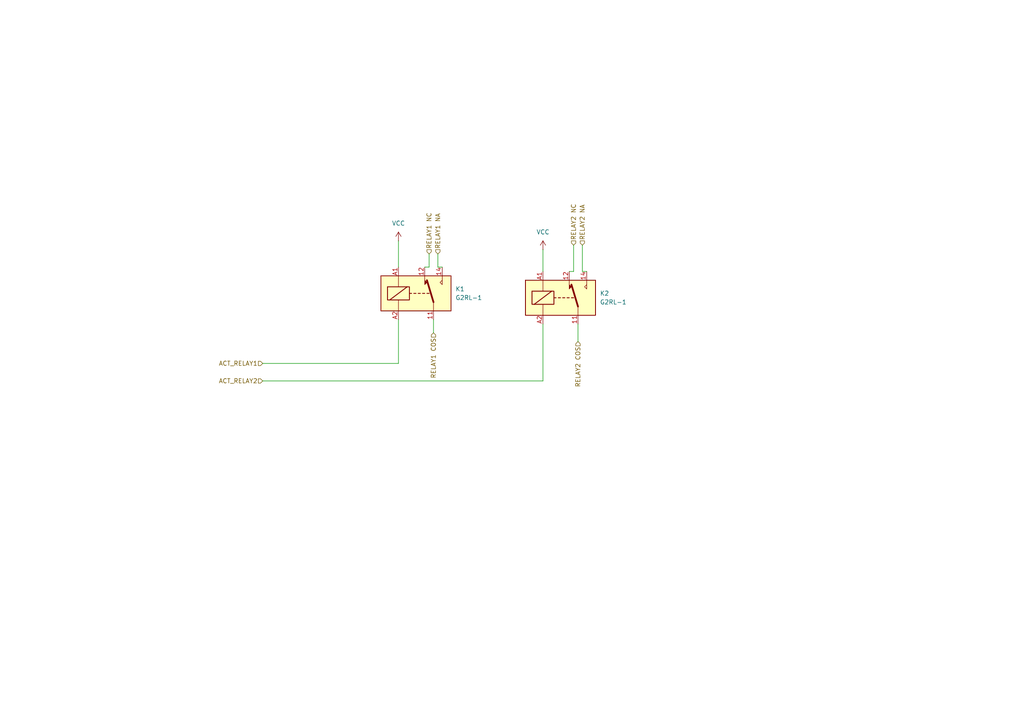
<source format=kicad_sch>
(kicad_sch
	(version 20250114)
	(generator "eeschema")
	(generator_version "9.0")
	(uuid "a0d77b47-1dc6-483f-afdd-e7207e1af2ae")
	(paper "A4")
	(lib_symbols
		(symbol "Relay:G2RL-1"
			(exclude_from_sim no)
			(in_bom yes)
			(on_board yes)
			(property "Reference" "K"
				(at 11.43 3.81 0)
				(effects
					(font
						(size 1.27 1.27)
					)
					(justify left)
				)
			)
			(property "Value" "G2RL-1"
				(at 11.43 1.27 0)
				(effects
					(font
						(size 1.27 1.27)
					)
					(justify left)
				)
			)
			(property "Footprint" "Relay_THT:Relay_SPDT_Omron_G2RL-1"
				(at 11.43 -1.27 0)
				(effects
					(font
						(size 1.27 1.27)
					)
					(justify left)
					(hide yes)
				)
			)
			(property "Datasheet" "https://omronfs.omron.com/en_US/ecb/products/pdf/en-g2rl.pdf"
				(at 0 0 0)
				(effects
					(font
						(size 1.27 1.27)
					)
					(hide yes)
				)
			)
			(property "Description" "General Purpose Low Profile Relay SPDT Through Hole, Omron G2RL series, 12A 250VAC"
				(at 0 0 0)
				(effects
					(font
						(size 1.27 1.27)
					)
					(hide yes)
				)
			)
			(property "ki_keywords" "Single Pole Relay SPDT Omron"
				(at 0 0 0)
				(effects
					(font
						(size 1.27 1.27)
					)
					(hide yes)
				)
			)
			(property "ki_fp_filters" "Relay?SPDT?Omron?G2RL*"
				(at 0 0 0)
				(effects
					(font
						(size 1.27 1.27)
					)
					(hide yes)
				)
			)
			(symbol "G2RL-1_0_0"
				(polyline
					(pts
						(xy 7.62 5.08) (xy 7.62 2.54) (xy 6.985 3.175) (xy 7.62 3.81)
					)
					(stroke
						(width 0)
						(type default)
					)
					(fill
						(type none)
					)
				)
			)
			(symbol "G2RL-1_0_1"
				(rectangle
					(start -10.16 5.08)
					(end 10.16 -5.08)
					(stroke
						(width 0.254)
						(type default)
					)
					(fill
						(type background)
					)
				)
				(rectangle
					(start -8.255 1.905)
					(end -1.905 -1.905)
					(stroke
						(width 0.254)
						(type default)
					)
					(fill
						(type none)
					)
				)
				(polyline
					(pts
						(xy -7.62 -1.905) (xy -2.54 1.905)
					)
					(stroke
						(width 0.254)
						(type default)
					)
					(fill
						(type none)
					)
				)
				(polyline
					(pts
						(xy -5.08 5.08) (xy -5.08 1.905)
					)
					(stroke
						(width 0)
						(type default)
					)
					(fill
						(type none)
					)
				)
				(polyline
					(pts
						(xy -5.08 -5.08) (xy -5.08 -1.905)
					)
					(stroke
						(width 0)
						(type default)
					)
					(fill
						(type none)
					)
				)
				(polyline
					(pts
						(xy -1.905 0) (xy -1.27 0)
					)
					(stroke
						(width 0.254)
						(type default)
					)
					(fill
						(type none)
					)
				)
				(polyline
					(pts
						(xy -0.635 0) (xy 0 0)
					)
					(stroke
						(width 0.254)
						(type default)
					)
					(fill
						(type none)
					)
				)
				(polyline
					(pts
						(xy 0.635 0) (xy 1.27 0)
					)
					(stroke
						(width 0.254)
						(type default)
					)
					(fill
						(type none)
					)
				)
				(polyline
					(pts
						(xy 1.905 0) (xy 2.54 0)
					)
					(stroke
						(width 0.254)
						(type default)
					)
					(fill
						(type none)
					)
				)
				(polyline
					(pts
						(xy 2.54 5.08) (xy 2.54 2.54) (xy 3.175 3.175) (xy 2.54 3.81)
					)
					(stroke
						(width 0)
						(type default)
					)
					(fill
						(type outline)
					)
				)
				(polyline
					(pts
						(xy 3.175 0) (xy 3.81 0)
					)
					(stroke
						(width 0.254)
						(type default)
					)
					(fill
						(type none)
					)
				)
				(polyline
					(pts
						(xy 5.08 -2.54) (xy 3.175 3.81)
					)
					(stroke
						(width 0.508)
						(type default)
					)
					(fill
						(type none)
					)
				)
				(polyline
					(pts
						(xy 5.08 -2.54) (xy 5.08 -5.08)
					)
					(stroke
						(width 0)
						(type default)
					)
					(fill
						(type none)
					)
				)
			)
			(symbol "G2RL-1_1_1"
				(pin passive line
					(at -5.08 7.62 270)
					(length 2.54)
					(name "~"
						(effects
							(font
								(size 1.27 1.27)
							)
						)
					)
					(number "A1"
						(effects
							(font
								(size 1.27 1.27)
							)
						)
					)
				)
				(pin passive line
					(at -5.08 -7.62 90)
					(length 2.54)
					(name "~"
						(effects
							(font
								(size 1.27 1.27)
							)
						)
					)
					(number "A2"
						(effects
							(font
								(size 1.27 1.27)
							)
						)
					)
				)
				(pin passive line
					(at 2.54 7.62 270)
					(length 2.54)
					(name "~"
						(effects
							(font
								(size 1.27 1.27)
							)
						)
					)
					(number "12"
						(effects
							(font
								(size 1.27 1.27)
							)
						)
					)
				)
				(pin passive line
					(at 5.08 -7.62 90)
					(length 2.54)
					(name "~"
						(effects
							(font
								(size 1.27 1.27)
							)
						)
					)
					(number "11"
						(effects
							(font
								(size 1.27 1.27)
							)
						)
					)
				)
				(pin passive line
					(at 7.62 7.62 270)
					(length 2.54)
					(name "~"
						(effects
							(font
								(size 1.27 1.27)
							)
						)
					)
					(number "14"
						(effects
							(font
								(size 1.27 1.27)
							)
						)
					)
				)
			)
			(embedded_fonts no)
		)
		(symbol "power:VCC"
			(power)
			(pin_numbers
				(hide yes)
			)
			(pin_names
				(offset 0)
				(hide yes)
			)
			(exclude_from_sim no)
			(in_bom yes)
			(on_board yes)
			(property "Reference" "#PWR"
				(at 0 -3.81 0)
				(effects
					(font
						(size 1.27 1.27)
					)
					(hide yes)
				)
			)
			(property "Value" "VCC"
				(at 0 3.556 0)
				(effects
					(font
						(size 1.27 1.27)
					)
				)
			)
			(property "Footprint" ""
				(at 0 0 0)
				(effects
					(font
						(size 1.27 1.27)
					)
					(hide yes)
				)
			)
			(property "Datasheet" ""
				(at 0 0 0)
				(effects
					(font
						(size 1.27 1.27)
					)
					(hide yes)
				)
			)
			(property "Description" "Power symbol creates a global label with name \"VCC\""
				(at 0 0 0)
				(effects
					(font
						(size 1.27 1.27)
					)
					(hide yes)
				)
			)
			(property "ki_keywords" "global power"
				(at 0 0 0)
				(effects
					(font
						(size 1.27 1.27)
					)
					(hide yes)
				)
			)
			(symbol "VCC_0_1"
				(polyline
					(pts
						(xy -0.762 1.27) (xy 0 2.54)
					)
					(stroke
						(width 0)
						(type default)
					)
					(fill
						(type none)
					)
				)
				(polyline
					(pts
						(xy 0 2.54) (xy 0.762 1.27)
					)
					(stroke
						(width 0)
						(type default)
					)
					(fill
						(type none)
					)
				)
				(polyline
					(pts
						(xy 0 0) (xy 0 2.54)
					)
					(stroke
						(width 0)
						(type default)
					)
					(fill
						(type none)
					)
				)
			)
			(symbol "VCC_1_1"
				(pin power_in line
					(at 0 0 90)
					(length 0)
					(name "~"
						(effects
							(font
								(size 1.27 1.27)
							)
						)
					)
					(number "1"
						(effects
							(font
								(size 1.27 1.27)
							)
						)
					)
				)
			)
			(embedded_fonts no)
		)
	)
	(wire
		(pts
			(xy 76.2 105.41) (xy 115.57 105.41)
		)
		(stroke
			(width 0)
			(type default)
		)
		(uuid "00879025-7c4e-4b2f-a52e-de54657febcb")
	)
	(wire
		(pts
			(xy 166.37 71.12) (xy 166.37 78.74)
		)
		(stroke
			(width 0)
			(type default)
		)
		(uuid "0f0fad57-2841-458d-8b5f-05d09dc9fe48")
	)
	(wire
		(pts
			(xy 125.73 96.52) (xy 125.73 92.71)
		)
		(stroke
			(width 0)
			(type default)
		)
		(uuid "2b305075-ae53-400a-a174-ce57cbbcbce6")
	)
	(wire
		(pts
			(xy 115.57 69.85) (xy 115.57 77.47)
		)
		(stroke
			(width 0)
			(type default)
		)
		(uuid "4a192be1-807c-423e-af6e-ea3c8b5268a3")
	)
	(wire
		(pts
			(xy 127 77.47) (xy 128.27 77.47)
		)
		(stroke
			(width 0)
			(type default)
		)
		(uuid "4db18e35-dd47-400a-a229-2d31c422590a")
	)
	(wire
		(pts
			(xy 76.2 110.49) (xy 157.48 110.49)
		)
		(stroke
			(width 0)
			(type default)
		)
		(uuid "544982db-4d9d-4d2a-9a9f-d1170f1029ae")
	)
	(wire
		(pts
			(xy 157.48 72.39) (xy 157.48 78.74)
		)
		(stroke
			(width 0)
			(type default)
		)
		(uuid "5f912784-b046-4540-a69a-9c9eaa5da0ab")
	)
	(wire
		(pts
			(xy 166.37 78.74) (xy 165.1 78.74)
		)
		(stroke
			(width 0)
			(type default)
		)
		(uuid "6257ed9f-7ce4-4458-8c94-e35c513bc176")
	)
	(wire
		(pts
			(xy 115.57 92.71) (xy 115.57 105.41)
		)
		(stroke
			(width 0)
			(type default)
		)
		(uuid "781a9f6f-00d6-449b-bdf8-adaae8bc039a")
	)
	(wire
		(pts
			(xy 168.91 71.12) (xy 168.91 78.74)
		)
		(stroke
			(width 0)
			(type default)
		)
		(uuid "8686b42f-724d-4bdb-aa8b-d8a90998eb9f")
	)
	(wire
		(pts
			(xy 157.48 93.98) (xy 157.48 110.49)
		)
		(stroke
			(width 0)
			(type default)
		)
		(uuid "973cf397-3c15-41da-8249-bfdda1bcfbc2")
	)
	(wire
		(pts
			(xy 168.91 78.74) (xy 170.18 78.74)
		)
		(stroke
			(width 0)
			(type default)
		)
		(uuid "9b996706-6ab7-4887-bd96-a373144d43c5")
	)
	(wire
		(pts
			(xy 124.46 77.47) (xy 123.19 77.47)
		)
		(stroke
			(width 0)
			(type default)
		)
		(uuid "dd4a4a31-395d-4e5b-bbcf-2adaa74dd2be")
	)
	(wire
		(pts
			(xy 124.46 73.66) (xy 124.46 77.47)
		)
		(stroke
			(width 0)
			(type default)
		)
		(uuid "e1e44627-fefb-4526-ad91-af8fcb1089d1")
	)
	(wire
		(pts
			(xy 127 73.66) (xy 127 77.47)
		)
		(stroke
			(width 0)
			(type default)
		)
		(uuid "edaf425f-6540-4b3c-ac9d-295ed31e40d3")
	)
	(wire
		(pts
			(xy 167.64 93.98) (xy 167.64 99.06)
		)
		(stroke
			(width 0)
			(type default)
		)
		(uuid "f61ebed6-1645-46d3-8ac2-317e6ba0ab54")
	)
	(hierarchical_label "RELAY1 NC"
		(shape input)
		(at 124.46 73.66 90)
		(effects
			(font
				(size 1.27 1.27)
			)
			(justify left)
		)
		(uuid "10b6bffe-3209-4108-a1e0-3fc5d55f3499")
	)
	(hierarchical_label "RELAY2 COS"
		(shape input)
		(at 167.64 99.06 270)
		(effects
			(font
				(size 1.27 1.27)
			)
			(justify right)
		)
		(uuid "22b38572-15d2-4bdb-a1ea-c534fa92d4cc")
	)
	(hierarchical_label "RELAY1 COS"
		(shape input)
		(at 125.73 96.52 270)
		(effects
			(font
				(size 1.27 1.27)
			)
			(justify right)
		)
		(uuid "490c03e9-0799-4af9-9ec3-5de06cd43226")
	)
	(hierarchical_label "ACT_RELAY1"
		(shape input)
		(at 76.2 105.41 180)
		(effects
			(font
				(size 1.27 1.27)
			)
			(justify right)
		)
		(uuid "785c1b25-a155-4176-963e-bd8d5237368e")
	)
	(hierarchical_label "RELAY2 NC"
		(shape input)
		(at 166.37 71.12 90)
		(effects
			(font
				(size 1.27 1.27)
			)
			(justify left)
		)
		(uuid "853dcb9d-144b-4c49-ae3d-e5e9303d6880")
	)
	(hierarchical_label "RELAY2 NA"
		(shape input)
		(at 168.91 71.12 90)
		(effects
			(font
				(size 1.27 1.27)
			)
			(justify left)
		)
		(uuid "898b5eae-2fc8-4b85-9dce-c03be5f8a24a")
	)
	(hierarchical_label "ACT_RELAY2"
		(shape input)
		(at 76.2 110.49 180)
		(effects
			(font
				(size 1.27 1.27)
			)
			(justify right)
		)
		(uuid "9d3b854c-22b3-4af9-bafe-cb606f856e34")
	)
	(hierarchical_label "RELAY1 NA"
		(shape input)
		(at 127 73.66 90)
		(effects
			(font
				(size 1.27 1.27)
			)
			(justify left)
		)
		(uuid "f825b564-ec5b-47f7-ac2f-4cc89009b706")
	)
	(symbol
		(lib_id "power:VCC")
		(at 157.48 72.39 0)
		(unit 1)
		(exclude_from_sim no)
		(in_bom yes)
		(on_board yes)
		(dnp no)
		(fields_autoplaced yes)
		(uuid "0b63d64c-d085-499f-a449-e0c9c760ea8f")
		(property "Reference" "#PWR032"
			(at 157.48 76.2 0)
			(effects
				(font
					(size 1.27 1.27)
				)
				(hide yes)
			)
		)
		(property "Value" "VCC"
			(at 157.48 67.31 0)
			(effects
				(font
					(size 1.27 1.27)
				)
			)
		)
		(property "Footprint" ""
			(at 157.48 72.39 0)
			(effects
				(font
					(size 1.27 1.27)
				)
				(hide yes)
			)
		)
		(property "Datasheet" ""
			(at 157.48 72.39 0)
			(effects
				(font
					(size 1.27 1.27)
				)
				(hide yes)
			)
		)
		(property "Description" "Power symbol creates a global label with name \"VCC\""
			(at 157.48 72.39 0)
			(effects
				(font
					(size 1.27 1.27)
				)
				(hide yes)
			)
		)
		(pin "1"
			(uuid "71a5bad8-6045-406a-8b42-ac7cd5c59e9d")
		)
		(instances
			(project "PCB PICHARDO"
				(path "/a0ccc1c3-98b7-44b4-a982-09e3bf693e4b/78291816-8ba1-49cf-9609-e1c359225404/982213e1-75f6-4158-bc7b-b4ea34491416"
					(reference "#PWR032")
					(unit 1)
				)
			)
		)
	)
	(symbol
		(lib_id "Relay:G2RL-1")
		(at 120.65 85.09 0)
		(unit 1)
		(exclude_from_sim no)
		(in_bom yes)
		(on_board yes)
		(dnp no)
		(fields_autoplaced yes)
		(uuid "271b35fc-458b-4d23-8fc7-dd31f7ee970e")
		(property "Reference" "K1"
			(at 132.08 83.8199 0)
			(effects
				(font
					(size 1.27 1.27)
				)
				(justify left)
			)
		)
		(property "Value" "G2RL-1"
			(at 132.08 86.3599 0)
			(effects
				(font
					(size 1.27 1.27)
				)
				(justify left)
			)
		)
		(property "Footprint" "Relay_THT:Relay_SPDT_Omron_G2RL-1"
			(at 132.08 86.36 0)
			(effects
				(font
					(size 1.27 1.27)
				)
				(justify left)
				(hide yes)
			)
		)
		(property "Datasheet" "https://omronfs.omron.com/en_US/ecb/products/pdf/en-g2rl.pdf"
			(at 120.65 85.09 0)
			(effects
				(font
					(size 1.27 1.27)
				)
				(hide yes)
			)
		)
		(property "Description" "General Purpose Low Profile Relay SPDT Through Hole, Omron G2RL series, 12A 250VAC"
			(at 120.65 85.09 0)
			(effects
				(font
					(size 1.27 1.27)
				)
				(hide yes)
			)
		)
		(pin "14"
			(uuid "8d7c773d-a7e6-411a-a59a-0d76b5386e96")
		)
		(pin "12"
			(uuid "b718b134-6a0c-4b2d-a8cf-51b4f81e1730")
		)
		(pin "A2"
			(uuid "f0ccefb8-1ff0-448e-9cd9-e174cfa0f812")
		)
		(pin "11"
			(uuid "d165c126-c58f-4d81-ba0b-0bf8a59a2b8c")
		)
		(pin "A1"
			(uuid "13e978b4-8cf4-4a19-a2a2-331c2f2d98d4")
		)
		(instances
			(project "PCB PICHARDO"
				(path "/a0ccc1c3-98b7-44b4-a982-09e3bf693e4b/78291816-8ba1-49cf-9609-e1c359225404/982213e1-75f6-4158-bc7b-b4ea34491416"
					(reference "K1")
					(unit 1)
				)
			)
		)
	)
	(symbol
		(lib_id "power:VCC")
		(at 115.57 69.85 0)
		(unit 1)
		(exclude_from_sim no)
		(in_bom yes)
		(on_board yes)
		(dnp no)
		(fields_autoplaced yes)
		(uuid "958d491f-1a81-40d9-9652-ce49b088cd9d")
		(property "Reference" "#PWR031"
			(at 115.57 73.66 0)
			(effects
				(font
					(size 1.27 1.27)
				)
				(hide yes)
			)
		)
		(property "Value" "VCC"
			(at 115.57 64.77 0)
			(effects
				(font
					(size 1.27 1.27)
				)
			)
		)
		(property "Footprint" ""
			(at 115.57 69.85 0)
			(effects
				(font
					(size 1.27 1.27)
				)
				(hide yes)
			)
		)
		(property "Datasheet" ""
			(at 115.57 69.85 0)
			(effects
				(font
					(size 1.27 1.27)
				)
				(hide yes)
			)
		)
		(property "Description" "Power symbol creates a global label with name \"VCC\""
			(at 115.57 69.85 0)
			(effects
				(font
					(size 1.27 1.27)
				)
				(hide yes)
			)
		)
		(pin "1"
			(uuid "b19a3383-216b-4667-ad89-b61237ff87cc")
		)
		(instances
			(project "PCB PICHARDO"
				(path "/a0ccc1c3-98b7-44b4-a982-09e3bf693e4b/78291816-8ba1-49cf-9609-e1c359225404/982213e1-75f6-4158-bc7b-b4ea34491416"
					(reference "#PWR031")
					(unit 1)
				)
			)
		)
	)
	(symbol
		(lib_id "Relay:G2RL-1")
		(at 162.56 86.36 0)
		(unit 1)
		(exclude_from_sim no)
		(in_bom yes)
		(on_board yes)
		(dnp no)
		(fields_autoplaced yes)
		(uuid "f0af92bb-05f5-4b9b-b5ec-2696067aaf1b")
		(property "Reference" "K2"
			(at 173.99 85.0899 0)
			(effects
				(font
					(size 1.27 1.27)
				)
				(justify left)
			)
		)
		(property "Value" "G2RL-1"
			(at 173.99 87.6299 0)
			(effects
				(font
					(size 1.27 1.27)
				)
				(justify left)
			)
		)
		(property "Footprint" "Relay_THT:Relay_SPDT_Omron_G2RL-1"
			(at 173.99 87.63 0)
			(effects
				(font
					(size 1.27 1.27)
				)
				(justify left)
				(hide yes)
			)
		)
		(property "Datasheet" "https://omronfs.omron.com/en_US/ecb/products/pdf/en-g2rl.pdf"
			(at 162.56 86.36 0)
			(effects
				(font
					(size 1.27 1.27)
				)
				(hide yes)
			)
		)
		(property "Description" "General Purpose Low Profile Relay SPDT Through Hole, Omron G2RL series, 12A 250VAC"
			(at 162.56 86.36 0)
			(effects
				(font
					(size 1.27 1.27)
				)
				(hide yes)
			)
		)
		(pin "14"
			(uuid "3ab1bf0a-eed4-478a-bff0-99082d6801b8")
		)
		(pin "12"
			(uuid "50f9da7c-c61a-4a3f-bf0f-86df244b7653")
		)
		(pin "A2"
			(uuid "f025e245-5b7d-4cad-96cb-88e3d961373e")
		)
		(pin "11"
			(uuid "bacaa8ff-bf58-4aff-b3ae-96facf88e101")
		)
		(pin "A1"
			(uuid "478192a8-6097-4a70-b5e0-bcc02735e6dd")
		)
		(instances
			(project "PCB PICHARDO"
				(path "/a0ccc1c3-98b7-44b4-a982-09e3bf693e4b/78291816-8ba1-49cf-9609-e1c359225404/982213e1-75f6-4158-bc7b-b4ea34491416"
					(reference "K2")
					(unit 1)
				)
			)
		)
	)
)

</source>
